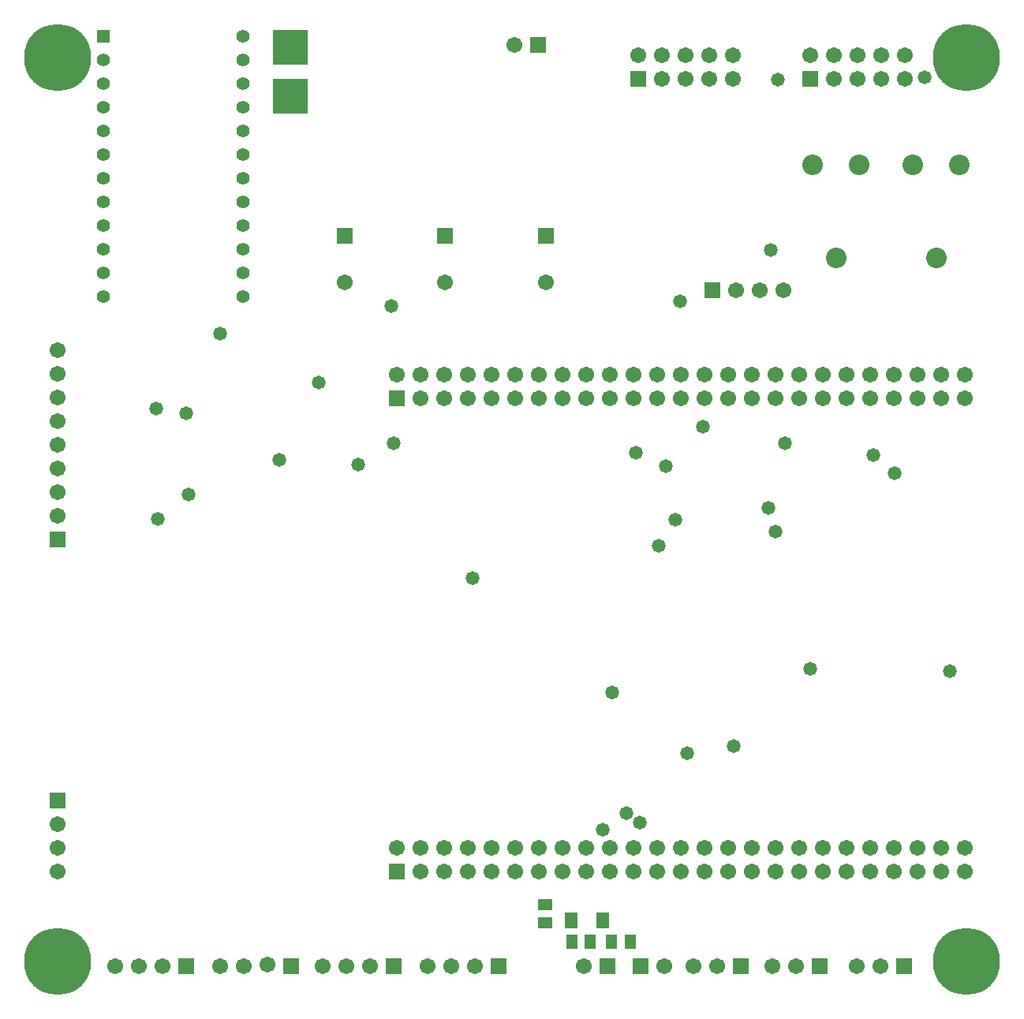
<source format=gbs>
%FSLAX25Y25*%
%MOIN*%
G70*
G01*
G75*
G04 Layer_Color=16711935*
%ADD10R,0.03937X0.05118*%
%ADD11R,0.21654X0.15748*%
%ADD12R,0.39370X0.39370*%
%ADD13R,0.05512X0.11811*%
%ADD14R,0.14961X0.11811*%
%ADD15R,0.04921X0.06299*%
%ADD16R,0.07000X0.10000*%
%ADD17R,0.10039X0.03740*%
%ADD18R,0.10039X0.12992*%
%ADD19R,0.03150X0.03740*%
%ADD20R,0.05118X0.03937*%
%ADD21O,0.01378X0.08268*%
%ADD22R,0.01378X0.08268*%
%ADD23R,0.09449X0.02362*%
%ADD24O,0.09449X0.02362*%
%ADD25R,0.02000X0.08000*%
%ADD26O,0.02000X0.08000*%
%ADD27R,0.02756X0.05118*%
%ADD28C,0.01000*%
%ADD29C,0.03000*%
%ADD30R,0.04724X0.04724*%
%ADD31C,0.04724*%
%ADD32C,0.05906*%
%ADD33R,0.05906X0.05906*%
%ADD34C,0.07874*%
%ADD35R,0.05906X0.05906*%
%ADD36R,0.13780X0.13780*%
%ADD37C,0.05000*%
%ADD38C,0.27559*%
%ADD39C,0.00787*%
%ADD40C,0.00984*%
%ADD41C,0.00591*%
%ADD42C,0.00800*%
%ADD43R,0.04737X0.05918*%
%ADD44R,0.22453X0.16548*%
%ADD45R,0.40170X0.40170*%
%ADD46R,0.06312X0.12611*%
%ADD47R,0.15761X0.12611*%
%ADD48R,0.05721X0.07099*%
%ADD49R,0.07800X0.10800*%
%ADD50R,0.10839X0.04540*%
%ADD51R,0.10839X0.13792*%
%ADD52R,0.03950X0.04540*%
%ADD53R,0.05918X0.04737*%
%ADD54O,0.02178X0.09068*%
%ADD55R,0.02178X0.09068*%
%ADD56R,0.10249X0.03162*%
%ADD57O,0.10249X0.03162*%
%ADD58R,0.02800X0.08800*%
%ADD59O,0.02800X0.08800*%
%ADD60R,0.03556X0.05918*%
%ADD61R,0.05524X0.05524*%
%ADD62C,0.05524*%
%ADD63C,0.06706*%
%ADD64R,0.06706X0.06706*%
%ADD65C,0.08674*%
%ADD66R,0.06706X0.06706*%
%ADD67R,0.14579X0.14579*%
%ADD68C,0.05800*%
%ADD69C,0.28359*%
D43*
X232858Y2873031D02*
D03*
X240732D02*
D03*
X249590D02*
D03*
X257465D02*
D03*
D48*
X246055Y2881890D02*
D03*
X232472D02*
D03*
D53*
X221457Y2880906D02*
D03*
Y2888779D02*
D03*
D61*
X34795Y3255579D02*
D03*
D62*
Y3245579D02*
D03*
Y3235579D02*
D03*
Y3225579D02*
D03*
Y3215579D02*
D03*
Y3205579D02*
D03*
Y3195579D02*
D03*
Y3185579D02*
D03*
Y3175579D02*
D03*
Y3165579D02*
D03*
Y3155579D02*
D03*
Y3145579D02*
D03*
X93890Y3255579D02*
D03*
Y3245579D02*
D03*
Y3235579D02*
D03*
Y3225579D02*
D03*
Y3215579D02*
D03*
Y3205579D02*
D03*
Y3195579D02*
D03*
Y3185579D02*
D03*
Y3175579D02*
D03*
Y3165579D02*
D03*
Y3155579D02*
D03*
Y3145579D02*
D03*
D63*
X136795Y3151536D02*
D03*
X179295D02*
D03*
X221795D02*
D03*
X302323Y3148213D02*
D03*
X312323D02*
D03*
X322323D02*
D03*
X169000Y2902563D02*
D03*
X179000D02*
D03*
X189000D02*
D03*
X199000D02*
D03*
X209000D02*
D03*
X219000D02*
D03*
X229000D02*
D03*
X239000D02*
D03*
X249000D02*
D03*
X259000D02*
D03*
X269000D02*
D03*
X279000D02*
D03*
X289000D02*
D03*
X299000D02*
D03*
X309000D02*
D03*
X319000D02*
D03*
X329000D02*
D03*
X339000D02*
D03*
X349000D02*
D03*
X359000D02*
D03*
X369000D02*
D03*
X379000D02*
D03*
X389000D02*
D03*
X399000D02*
D03*
X159000Y2912563D02*
D03*
X169000D02*
D03*
X179000D02*
D03*
X189000D02*
D03*
X199000D02*
D03*
X209000D02*
D03*
X219000D02*
D03*
X229000D02*
D03*
X239000D02*
D03*
X249000D02*
D03*
X259000D02*
D03*
X269000D02*
D03*
X279000D02*
D03*
X289000D02*
D03*
X299000D02*
D03*
X309000D02*
D03*
X319000D02*
D03*
X329000D02*
D03*
X339000D02*
D03*
X349000D02*
D03*
X359000D02*
D03*
X369000D02*
D03*
X379000D02*
D03*
X389000D02*
D03*
X399000D02*
D03*
X169000Y3102563D02*
D03*
X179000D02*
D03*
X189000D02*
D03*
X199000D02*
D03*
X209000D02*
D03*
X219000D02*
D03*
X229000D02*
D03*
X239000D02*
D03*
X249000D02*
D03*
X259000D02*
D03*
X269000D02*
D03*
X279000D02*
D03*
X289000D02*
D03*
X299000D02*
D03*
X309000D02*
D03*
X319000D02*
D03*
X329000D02*
D03*
X339000D02*
D03*
X349000D02*
D03*
X359000D02*
D03*
X369000D02*
D03*
X379000D02*
D03*
X389000D02*
D03*
X399000D02*
D03*
X159000Y3112563D02*
D03*
X169000D02*
D03*
X179000D02*
D03*
X189000D02*
D03*
X199000D02*
D03*
X209000D02*
D03*
X219000D02*
D03*
X229000D02*
D03*
X239000D02*
D03*
X249000D02*
D03*
X259000D02*
D03*
X269000D02*
D03*
X279000D02*
D03*
X289000D02*
D03*
X299000D02*
D03*
X309000D02*
D03*
X319000D02*
D03*
X329000D02*
D03*
X339000D02*
D03*
X349000D02*
D03*
X359000D02*
D03*
X369000D02*
D03*
X379000D02*
D03*
X389000D02*
D03*
X399000D02*
D03*
X238032Y2862531D02*
D03*
X271811D02*
D03*
X353410D02*
D03*
X363409D02*
D03*
X317598D02*
D03*
X327598D02*
D03*
X284134D02*
D03*
X294134D02*
D03*
X191772D02*
D03*
X181772D02*
D03*
X171772D02*
D03*
X147480D02*
D03*
X137480D02*
D03*
X127480D02*
D03*
X104173Y2863268D02*
D03*
X94173Y2862531D02*
D03*
X84173D02*
D03*
X59882D02*
D03*
X49882D02*
D03*
X39882D02*
D03*
X15748Y2922661D02*
D03*
Y2912661D02*
D03*
Y2902661D02*
D03*
Y3052898D02*
D03*
Y3122898D02*
D03*
Y3112898D02*
D03*
Y3102898D02*
D03*
Y3092898D02*
D03*
Y3082898D02*
D03*
Y3072898D02*
D03*
Y3062898D02*
D03*
X270827Y3237780D02*
D03*
X280827D02*
D03*
X290827D02*
D03*
X300827D02*
D03*
X260827Y3247779D02*
D03*
X270827D02*
D03*
X280827D02*
D03*
X290827D02*
D03*
X300827D02*
D03*
X343661Y3237780D02*
D03*
X353661D02*
D03*
X363661D02*
D03*
X373661D02*
D03*
X333661Y3247779D02*
D03*
X343661D02*
D03*
X353661D02*
D03*
X363661D02*
D03*
X373661D02*
D03*
X208504Y3251968D02*
D03*
D64*
X136795Y3171221D02*
D03*
X179295D02*
D03*
X221795D02*
D03*
X15748Y2932661D02*
D03*
Y3042898D02*
D03*
D65*
X386811Y3161992D02*
D03*
X376969Y3201362D02*
D03*
X396654D02*
D03*
X344488Y3161992D02*
D03*
X334646Y3201362D02*
D03*
X354331D02*
D03*
D66*
X292323Y3148213D02*
D03*
X159000Y2902563D02*
D03*
Y3102563D02*
D03*
X248031Y2862531D02*
D03*
X261811D02*
D03*
X373410D02*
D03*
X337598D02*
D03*
X304134D02*
D03*
X201772D02*
D03*
X157480D02*
D03*
X114173D02*
D03*
X69882D02*
D03*
X260827Y3237780D02*
D03*
X333661D02*
D03*
X218504Y3251968D02*
D03*
D67*
X113878Y3230248D02*
D03*
Y3250917D02*
D03*
D68*
X84300Y3130000D02*
D03*
X261700Y2923400D02*
D03*
X57900Y3051700D02*
D03*
X109300Y3076500D02*
D03*
X259842Y3079724D02*
D03*
X125984Y3109252D02*
D03*
X315846Y3056201D02*
D03*
X322835Y3083661D02*
D03*
X288386Y3090551D02*
D03*
X272638Y3073819D02*
D03*
X250000Y2978346D02*
D03*
X319882Y3237205D02*
D03*
X316929Y3165354D02*
D03*
X157480Y3083661D02*
D03*
X269685Y3040354D02*
D03*
X278543Y3143701D02*
D03*
X142717Y3074803D02*
D03*
X70866Y3062008D02*
D03*
X190945Y3026575D02*
D03*
X156496Y3141732D02*
D03*
X333661Y2988189D02*
D03*
X255906Y2927165D02*
D03*
X392717Y2987205D02*
D03*
X381889Y3238182D02*
D03*
X369094Y3070866D02*
D03*
X360236Y3078740D02*
D03*
X318898Y3046260D02*
D03*
X276575Y3051181D02*
D03*
X246062Y2920270D02*
D03*
X301181Y2955709D02*
D03*
X281653Y2952598D02*
D03*
X57200Y3098400D02*
D03*
X69800Y3096200D02*
D03*
D69*
X15748Y2864748D02*
D03*
Y3246638D02*
D03*
X399606D02*
D03*
Y2864748D02*
D03*
M02*

</source>
